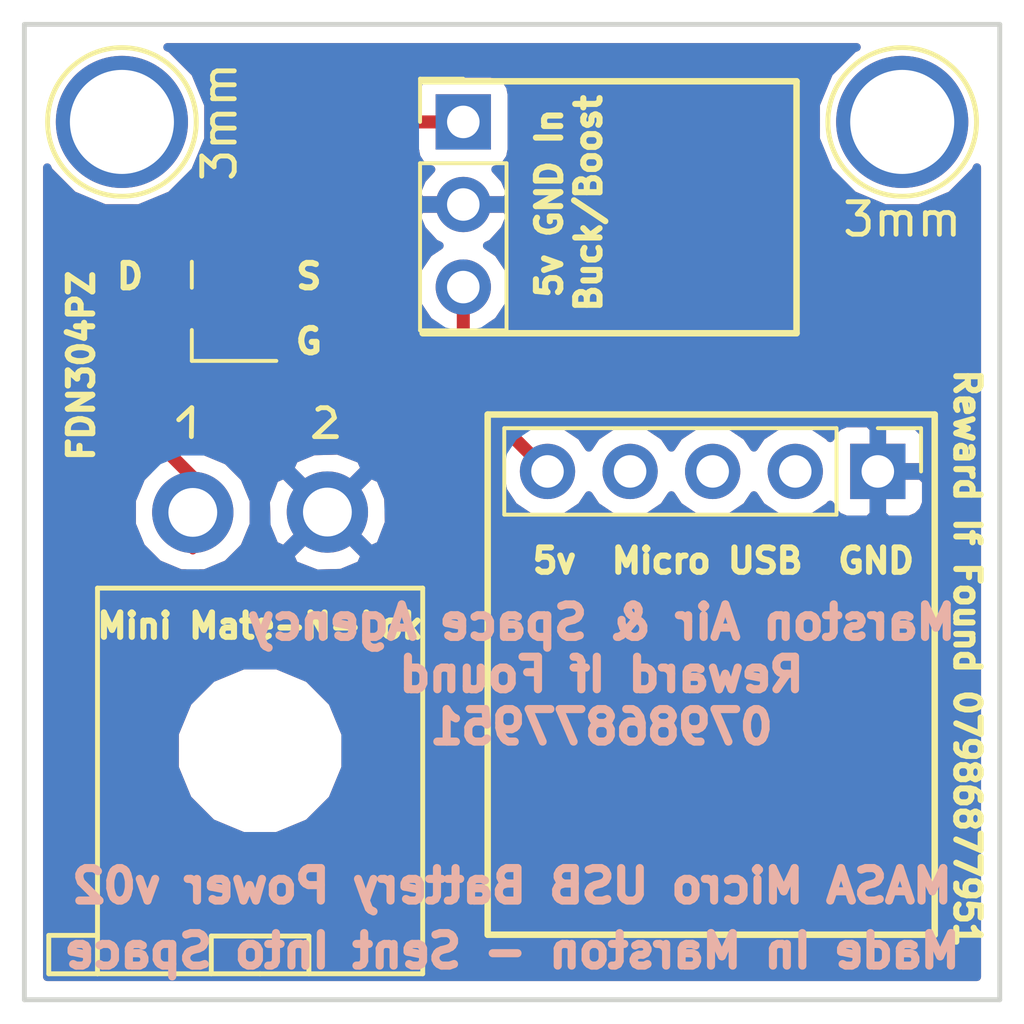
<source format=kicad_pcb>
(kicad_pcb (version 4) (host pcbnew 4.0.7)

  (general
    (links 6)
    (no_connects 0)
    (area 36.84236 88.75 77.250001 123.41596)
    (thickness 1.6)
    (drawings 22)
    (tracks 16)
    (zones 0)
    (modules 6)
    (nets 5)
  )

  (page A4)
  (title_block
    (title "Micro USB Battery Power Supply")
    (date 2018-03-06)
    (rev v01)
    (company "Marston Air & Space Administration")
    (comment 1 "Designer: Steve Hyde")
  )

  (layers
    (0 F.Cu signal)
    (31 B.Cu signal)
    (32 B.Adhes user)
    (33 F.Adhes user)
    (34 B.Paste user)
    (35 F.Paste user)
    (36 B.SilkS user)
    (37 F.SilkS user)
    (38 B.Mask user)
    (39 F.Mask user)
    (40 Dwgs.User user)
    (41 Cmts.User user)
    (42 Eco1.User user)
    (43 Eco2.User user)
    (44 Edge.Cuts user)
    (45 Margin user)
    (46 B.CrtYd user)
    (47 F.CrtYd user)
    (48 B.Fab user)
    (49 F.Fab user)
  )

  (setup
    (last_trace_width 0.25)
    (user_trace_width 0.35)
    (user_trace_width 0.4)
    (trace_clearance 0.2)
    (zone_clearance 0.5)
    (zone_45_only no)
    (trace_min 0.2)
    (segment_width 0.2)
    (edge_width 0.15)
    (via_size 0.6)
    (via_drill 0.4)
    (via_min_size 0.4)
    (via_min_drill 0.3)
    (uvia_size 0.3)
    (uvia_drill 0.1)
    (uvias_allowed no)
    (uvia_min_size 0.2)
    (uvia_min_drill 0.1)
    (pcb_text_width 0.3)
    (pcb_text_size 1.5 1.5)
    (mod_edge_width 0.15)
    (mod_text_size 1 1)
    (mod_text_width 0.15)
    (pad_size 4.064 4.064)
    (pad_drill 3.2)
    (pad_to_mask_clearance 0.2)
    (aux_axis_origin 0 0)
    (visible_elements FFFFFF7F)
    (pcbplotparams
      (layerselection 0x00030_80000001)
      (usegerberextensions false)
      (excludeedgelayer true)
      (linewidth 0.100000)
      (plotframeref false)
      (viasonmask false)
      (mode 1)
      (useauxorigin false)
      (hpglpennumber 1)
      (hpglpenspeed 20)
      (hpglpendiameter 15)
      (hpglpenoverlay 2)
      (psnegative false)
      (psa4output false)
      (plotreference true)
      (plotvalue true)
      (plotinvisibletext false)
      (padsonsilk false)
      (subtractmaskfromsilk false)
      (outputformat 1)
      (mirror false)
      (drillshape 1)
      (scaleselection 1)
      (outputdirectory ""))
  )

  (net 0 "")
  (net 1 GND)
  (net 2 5v)
  (net 3 Drain)
  (net 4 Source)

  (net_class Default "This is the default net class."
    (clearance 0.2)
    (trace_width 0.25)
    (via_dia 0.6)
    (via_drill 0.4)
    (uvia_dia 0.3)
    (uvia_drill 0.1)
    (add_net 5v)
    (add_net Drain)
    (add_net GND)
    (add_net Source)
  )

  (module Connectors_Mini-Universal:MiniUniversalMate-N-LokSocket_2PinHorizontal (layer F.Cu) (tedit 5AB6F368) (tstamp 5A9DEA72)
    (at 53.75 104.5)
    (descr "Mini Universal Mate-N-Lok Socket, 2 Pin, Horizontal,")
    (tags "Mini Universal Mate-N-Lok Socket, 2 Pin, Horizontal,")
    (path /5A9DE77F)
    (fp_text reference J1 (at 0 -3) (layer F.SilkS) hide
      (effects (font (size 1 1) (thickness 0.15)))
    )
    (fp_text value Mini-Universal_MATE-N-LOK_Right_Angle_2 (at -0.16002 17.84096) (layer F.Fab) hide
      (effects (font (size 1 1) (thickness 0.15)))
    )
    (fp_line (start -5.00126 14.20114) (end -6.49986 14.20114) (layer F.SilkS) (width 0.15))
    (fp_line (start -6.49986 14.20114) (end -6.49986 13.02004) (layer F.SilkS) (width 0.15))
    (fp_line (start -6.49986 13.02004) (end -5.00126 13.02004) (layer F.SilkS) (width 0.15))
    (fp_line (start 1.50114 14.20114) (end 1.50114 13.04036) (layer F.SilkS) (width 0.15))
    (fp_line (start 1.50114 13.04036) (end -1.50114 13.04036) (layer F.SilkS) (width 0.15))
    (fp_line (start -1.50114 13.04036) (end -1.50114 14.20114) (layer F.SilkS) (width 0.15))
    (fp_line (start -5.00126 14.20114) (end -5.00126 2.33934) (layer F.SilkS) (width 0.15))
    (fp_line (start -5.00126 2.33934) (end 5.00126 2.33934) (layer F.SilkS) (width 0.15))
    (fp_line (start 5.00126 2.33934) (end 5.00126 14.20114) (layer F.SilkS) (width 0.15))
    (fp_line (start 0 14.20114) (end -5.00126 14.20114) (layer F.SilkS) (width 0.15))
    (fp_line (start 0 14.20114) (end 5.00126 14.20114) (layer F.SilkS) (width 0.15))
    (fp_line (start 1.778 -3.15976) (end 1.8669 -3.21056) (layer F.SilkS) (width 0.15))
    (fp_line (start 1.8669 -3.21056) (end 2.06756 -3.21056) (layer F.SilkS) (width 0.15))
    (fp_line (start 2.06756 -3.21056) (end 2.22758 -3.10134) (layer F.SilkS) (width 0.15))
    (fp_line (start 2.22758 -3.10134) (end 2.286 -2.90068) (layer F.SilkS) (width 0.15))
    (fp_line (start 2.286 -2.90068) (end 1.6764 -2.32156) (layer F.SilkS) (width 0.15))
    (fp_line (start 1.6764 -2.32156) (end 2.34696 -2.32156) (layer F.SilkS) (width 0.15))
    (fp_line (start -2.5019 -2.83972) (end -2.10312 -3.21056) (layer F.SilkS) (width 0.15))
    (fp_line (start -2.10312 -3.21056) (end -2.11328 -2.32156) (layer F.SilkS) (width 0.15))
    (pad 2 thru_hole circle (at 2.0701 0 90) (size 2.49936 2.49936) (drill 1.50114) (layers *.Cu *.Mask)
      (net 1 GND))
    (pad "" np_thru_hole circle (at 0 7.3406) (size 4.0005 4.0005) (drill 4.0005) (layers *.Cu *.Mask))
    (pad 1 thru_hole circle (at -2.0701 0.01016 90) (size 2.49936 2.49936) (drill 1.50114) (layers *.Cu *.Mask)
      (net 3 Drain))
  )

  (module Pin_Headers:Pin_Header_Straight_1x03_Pitch2.54mm (layer F.Cu) (tedit 5AB6EDB5) (tstamp 5A9DEA8A)
    (at 60 92.5)
    (descr "Through hole straight pin header, 1x03, 2.54mm pitch, single row")
    (tags "Through hole pin header THT 1x03 2.54mm single row")
    (path /5A9DE7AB)
    (fp_text reference U1 (at 0 -2.33) (layer F.SilkS) hide
      (effects (font (size 1 1) (thickness 0.15)))
    )
    (fp_text value BoostBuck (at 3 2 90) (layer F.Fab) hide
      (effects (font (size 1 1) (thickness 0.15)))
    )
    (fp_line (start -0.635 -1.27) (end 1.27 -1.27) (layer F.Fab) (width 0.1))
    (fp_line (start 1.27 -1.27) (end 1.27 6.35) (layer F.Fab) (width 0.1))
    (fp_line (start 1.27 6.35) (end -1.27 6.35) (layer F.Fab) (width 0.1))
    (fp_line (start -1.27 6.35) (end -1.27 -0.635) (layer F.Fab) (width 0.1))
    (fp_line (start -1.27 -0.635) (end -0.635 -1.27) (layer F.Fab) (width 0.1))
    (fp_line (start -1.33 6.41) (end 1.33 6.41) (layer F.SilkS) (width 0.12))
    (fp_line (start -1.33 1.27) (end -1.33 6.41) (layer F.SilkS) (width 0.12))
    (fp_line (start 1.33 1.27) (end 1.33 6.41) (layer F.SilkS) (width 0.12))
    (fp_line (start -1.33 1.27) (end 1.33 1.27) (layer F.SilkS) (width 0.12))
    (fp_line (start -1.33 0) (end -1.33 -1.33) (layer F.SilkS) (width 0.12))
    (fp_line (start -1.33 -1.33) (end 0 -1.33) (layer F.SilkS) (width 0.12))
    (fp_line (start -1.8 -1.8) (end -1.8 6.85) (layer F.CrtYd) (width 0.05))
    (fp_line (start -1.8 6.85) (end 1.8 6.85) (layer F.CrtYd) (width 0.05))
    (fp_line (start 1.8 6.85) (end 1.8 -1.8) (layer F.CrtYd) (width 0.05))
    (fp_line (start 1.8 -1.8) (end -1.8 -1.8) (layer F.CrtYd) (width 0.05))
    (fp_text user %R (at 0 2.54 90) (layer F.Fab)
      (effects (font (size 1 1) (thickness 0.15)))
    )
    (pad 1 thru_hole rect (at 0 0) (size 1.7 1.7) (drill 1) (layers *.Cu *.Mask)
      (net 4 Source))
    (pad 2 thru_hole oval (at 0 2.54) (size 1.7 1.7) (drill 1) (layers *.Cu *.Mask)
      (net 1 GND))
    (pad 3 thru_hole oval (at 0 5.08) (size 1.7 1.7) (drill 1) (layers *.Cu *.Mask)
      (net 2 5v))
    (model ${KISYS3DMOD}/Pin_Headers.3dshapes/Pin_Header_Straight_1x03_Pitch2.54mm.wrl
      (at (xyz 0 0 0))
      (scale (xyz 1 1 1))
      (rotate (xyz 0 0 0))
    )
  )

  (module Pin_Headers:Pin_Header_Straight_1x05_Pitch2.54mm (layer F.Cu) (tedit 5AB6ECEA) (tstamp 5AB6E96A)
    (at 72.75 103.25 270)
    (descr "Through hole straight pin header, 1x05, 2.54mm pitch, single row")
    (tags "Through hole pin header THT 1x05 2.54mm single row")
    (path /5A9DE847)
    (fp_text reference J2 (at 0 -2.33 270) (layer F.SilkS) hide
      (effects (font (size 1 1) (thickness 0.15)))
    )
    (fp_text value Conn_01x05 (at 0 12.49 270) (layer F.Fab) hide
      (effects (font (size 1 1) (thickness 0.15)))
    )
    (fp_line (start -0.635 -1.27) (end 1.27 -1.27) (layer F.Fab) (width 0.1))
    (fp_line (start 1.27 -1.27) (end 1.27 11.43) (layer F.Fab) (width 0.1))
    (fp_line (start 1.27 11.43) (end -1.27 11.43) (layer F.Fab) (width 0.1))
    (fp_line (start -1.27 11.43) (end -1.27 -0.635) (layer F.Fab) (width 0.1))
    (fp_line (start -1.27 -0.635) (end -0.635 -1.27) (layer F.Fab) (width 0.1))
    (fp_line (start -1.33 11.49) (end 1.33 11.49) (layer F.SilkS) (width 0.12))
    (fp_line (start -1.33 1.27) (end -1.33 11.49) (layer F.SilkS) (width 0.12))
    (fp_line (start 1.33 1.27) (end 1.33 11.49) (layer F.SilkS) (width 0.12))
    (fp_line (start -1.33 1.27) (end 1.33 1.27) (layer F.SilkS) (width 0.12))
    (fp_line (start -1.33 0) (end -1.33 -1.33) (layer F.SilkS) (width 0.12))
    (fp_line (start -1.33 -1.33) (end 0 -1.33) (layer F.SilkS) (width 0.12))
    (fp_line (start -1.8 -1.8) (end -1.8 11.95) (layer F.CrtYd) (width 0.05))
    (fp_line (start -1.8 11.95) (end 1.8 11.95) (layer F.CrtYd) (width 0.05))
    (fp_line (start 1.8 11.95) (end 1.8 -1.8) (layer F.CrtYd) (width 0.05))
    (fp_line (start 1.8 -1.8) (end -1.8 -1.8) (layer F.CrtYd) (width 0.05))
    (fp_text user %R (at 0 5.08 360) (layer F.Fab)
      (effects (font (size 1 1) (thickness 0.15)))
    )
    (pad 1 thru_hole rect (at 0 0 270) (size 1.7 1.7) (drill 1) (layers *.Cu *.Mask)
      (net 1 GND))
    (pad 2 thru_hole oval (at 0 2.54 270) (size 1.7 1.7) (drill 1) (layers *.Cu *.Mask))
    (pad 3 thru_hole oval (at 0 5.08 270) (size 1.7 1.7) (drill 1) (layers *.Cu *.Mask))
    (pad 4 thru_hole oval (at 0 7.62 270) (size 1.7 1.7) (drill 1) (layers *.Cu *.Mask))
    (pad 5 thru_hole oval (at 0 10.16 270) (size 1.7 1.7) (drill 1) (layers *.Cu *.Mask)
      (net 2 5v))
    (model ${KISYS3DMOD}/Pin_Headers.3dshapes/Pin_Header_Straight_1x05_Pitch2.54mm.wrl
      (at (xyz 0 0 0))
      (scale (xyz 1 1 1))
      (rotate (xyz 0 0 0))
    )
  )

  (module TO_SOT_Packages_SMD:SuperSOT-3 (layer F.Cu) (tedit 5AB6F225) (tstamp 5AB6E9D9)
    (at 52.5 98.25 180)
    (descr "3-pin SuperSOT package https://www.fairchildsemi.com/package-drawings/MA/MA03B.pdf")
    (tags "SuperSOT-3 SSOT-3")
    (path /5AB6EF2C)
    (attr smd)
    (fp_text reference Q1 (at 0 -2.35 180) (layer F.SilkS) hide
      (effects (font (size 1 1) (thickness 0.15)))
    )
    (fp_text value Q_PMOS_GSD (at 0 2.4 180) (layer F.Fab) hide
      (effects (font (size 1 1) (thickness 0.15)))
    )
    (fp_text user %R (at 0 0 270) (layer F.Fab) hide
      (effects (font (size 0.5 0.5) (thickness 0.075)))
    )
    (fp_line (start 0.85 0.65) (end 0.85 1.45) (layer F.SilkS) (width 0.12))
    (fp_line (start -1.75 -1.6) (end 0.85 -1.6) (layer F.SilkS) (width 0.12))
    (fp_line (start 0.85 -1.6) (end 0.85 -0.65) (layer F.SilkS) (width 0.12))
    (fp_line (start 0.7 -1.45) (end 0.7 1.45) (layer F.Fab) (width 0.12))
    (fp_line (start 0.7 1.45) (end -0.7 1.45) (layer F.Fab) (width 0.12))
    (fp_line (start -0.7 1.45) (end -0.7 -0.9) (layer F.Fab) (width 0.12))
    (fp_line (start -0.7 -0.9) (end -0.15 -1.45) (layer F.Fab) (width 0.12))
    (fp_line (start -0.15 -1.45) (end 0.7 -1.45) (layer F.Fab) (width 0.12))
    (fp_line (start -2.05 -1.7) (end 2.05 -1.7) (layer F.CrtYd) (width 0.05))
    (fp_line (start -2.05 -1.7) (end -2.05 1.7) (layer F.CrtYd) (width 0.05))
    (fp_line (start 2.05 1.7) (end 2.05 -1.7) (layer F.CrtYd) (width 0.05))
    (fp_line (start 2.05 1.7) (end -2.05 1.7) (layer F.CrtYd) (width 0.05))
    (pad 1 smd rect (at -1.1 -0.95 180) (size 1.4 1) (layers F.Cu F.Paste F.Mask)
      (net 1 GND))
    (pad 2 smd rect (at -1.1 0.95 180) (size 1.4 1) (layers F.Cu F.Paste F.Mask)
      (net 4 Source))
    (pad 3 smd rect (at 1.1 0 180) (size 1.4 1) (layers F.Cu F.Paste F.Mask)
      (net 3 Drain))
    (model ${KISYS3DMOD}/TO_SOT_Packages_SMD.3dshapes/SuperSOT-3.wrl
      (at (xyz 0 0 0))
      (scale (xyz 1 1 1))
      (rotate (xyz 0 0 0))
    )
  )

  (module Connectors:1pin (layer F.Cu) (tedit 5AB9888B) (tstamp 5ACB47DC)
    (at 49.5 92.5)
    (descr "module 1 pin (ou trou mecanique de percage)")
    (tags DEV)
    (fp_text reference 3mm (at 3 0 90) (layer F.SilkS)
      (effects (font (size 1 1) (thickness 0.15)))
    )
    (fp_text value 1pin (at 0 2.794) (layer F.Fab) hide
      (effects (font (size 1 1) (thickness 0.15)))
    )
    (fp_circle (center 0 0) (end 0 -2.286) (layer F.SilkS) (width 0.15))
    (pad "" np_thru_hole circle (at 0 0) (size 4.064 4.064) (drill 3.2) (layers *.Cu *.Mask))
  )

  (module Connectors:1pin (layer F.Cu) (tedit 5AB98899) (tstamp 5ACB48D7)
    (at 73.5 92.5)
    (descr "module 1 pin (ou trou mecanique de percage)")
    (tags DEV)
    (fp_text reference 3mm (at 0 3) (layer F.SilkS)
      (effects (font (size 1 1) (thickness 0.15)))
    )
    (fp_text value 1pin (at 0 2.794) (layer F.Fab) hide
      (effects (font (size 1 1) (thickness 0.15)))
    )
    (fp_circle (center 0 0) (end 0 -2.286) (layer F.SilkS) (width 0.15))
    (pad "" np_thru_hole circle (at 0 0) (size 4.064 4.064) (drill 3.2) (layers *.Cu *.Mask))
  )

  (gr_text "Marston Air & Space Agency\nReward If Found\n07986877951" (at 64.25 109.5) (layer B.SilkS)
    (effects (font (size 1 1) (thickness 0.25)) (justify mirror))
  )
  (gr_text "Made In Marston - Sent Into Space" (at 61.5 118) (layer B.SilkS)
    (effects (font (size 1 1) (thickness 0.25)) (justify mirror))
  )
  (gr_text "Reward If Found 07986877951" (at 75.5 109 270) (layer F.SilkS)
    (effects (font (size 0.75 0.75) (thickness 0.1875)))
  )
  (gr_line (start 60.75 117.5) (end 60.75 101.5) (angle 90) (layer F.SilkS) (width 0.2))
  (gr_line (start 74.5 117.5) (end 60.75 117.5) (angle 90) (layer F.SilkS) (width 0.2))
  (gr_line (start 74.5 101.5) (end 74.5 117.5) (angle 90) (layer F.SilkS) (width 0.2))
  (gr_line (start 60.75 101.5) (end 74.5 101.5) (angle 90) (layer F.SilkS) (width 0.2))
  (gr_text "Mini Mate-N-Lok" (at 53.75 108) (layer F.SilkS)
    (effects (font (size 0.75 0.75) (thickness 0.1875)))
  )
  (gr_text G (at 55.25 99.25) (layer F.SilkS)
    (effects (font (size 0.75 0.75) (thickness 0.1875)))
  )
  (gr_text S (at 55.25 97.25) (layer F.SilkS)
    (effects (font (size 0.75 0.75) (thickness 0.1875)))
  )
  (gr_text D (at 49.75 97.25) (layer F.SilkS)
    (effects (font (size 0.75 0.75) (thickness 0.1875)))
  )
  (gr_text FDN304PZ (at 48.25 100 90) (layer F.SilkS)
    (effects (font (size 0.75 0.75) (thickness 0.1875)))
  )
  (gr_line (start 76.5 119.5) (end 46.5 119.5) (angle 90) (layer Edge.Cuts) (width 0.15))
  (gr_line (start 76.5 89.5) (end 76.5 119.5) (angle 90) (layer Edge.Cuts) (width 0.15))
  (gr_line (start 46.5 89.5) (end 76.5 89.5) (angle 90) (layer Edge.Cuts) (width 0.15))
  (gr_line (start 70.25 99) (end 58.75 99) (angle 90) (layer F.SilkS) (width 0.2))
  (gr_line (start 70.25 91.25) (end 70.25 99) (angle 90) (layer F.SilkS) (width 0.2))
  (gr_line (start 58.75 91.25) (end 70.25 91.25) (angle 90) (layer F.SilkS) (width 0.2))
  (gr_text "5v GND In\nBuck/Boost\n" (at 63.25 95 90) (layer F.SilkS)
    (effects (font (size 0.75 0.75) (thickness 0.1875)))
  )
  (gr_text "5v  Micro USB  GND" (at 68 106) (layer F.SilkS)
    (effects (font (size 0.75 0.75) (thickness 0.1875)))
  )
  (gr_text "MASA Micro USB Battery Power v02" (at 61.5 116) (layer B.SilkS)
    (effects (font (size 1 1) (thickness 0.25)) (justify mirror))
  )
  (gr_line (start 46.5 89.5) (end 46.5 119.5) (angle 90) (layer Edge.Cuts) (width 0.15))

  (segment (start 60 97.58) (end 60 100.66) (width 0.4) (layer F.Cu) (net 2))
  (segment (start 60 100.66) (end 62.59 103.25) (width 0.4) (layer F.Cu) (net 2) (tstamp 5ACB490D))
  (segment (start 62.5 103.16) (end 62.59 103.25) (width 0.35) (layer F.Cu) (net 2) (tstamp 5AB6F1D0))
  (segment (start 51.6799 104.51016) (end 51.6799 103.4299) (width 0.4) (layer F.Cu) (net 3))
  (segment (start 51.6799 103.4299) (end 50 101.75) (width 0.4) (layer F.Cu) (net 3) (tstamp 5ACB4903))
  (segment (start 50 99.65) (end 51.4 98.25) (width 0.4) (layer F.Cu) (net 3) (tstamp 5ACB4906))
  (segment (start 50 101.75) (end 50 99.65) (width 0.4) (layer F.Cu) (net 3) (tstamp 5ACB4904))
  (segment (start 51.75 104.44006) (end 51.6799 104.51016) (width 0.35) (layer F.Cu) (net 3) (tstamp 5AB6EFEC))
  (segment (start 51.6799 104.51016) (end 51.6799 104.4299) (width 0.35) (layer F.Cu) (net 3))
  (segment (start 51.6799 104.51016) (end 51.26016 104.51016) (width 0.25) (layer F.Cu) (net 3) (status 30))
  (segment (start 51.6799 104.51016) (end 51.6799 105.6799) (width 0.25) (layer F.Cu) (net 3) (status 30))
  (segment (start 53.6 97.3) (end 53.6 93.65) (width 0.4) (layer F.Cu) (net 4))
  (segment (start 54.75 92.5) (end 60 92.5) (width 0.4) (layer F.Cu) (net 4) (tstamp 5ACB490A))
  (segment (start 53.6 93.65) (end 54.75 92.5) (width 0.4) (layer F.Cu) (net 4) (tstamp 5ACB4909))
  (segment (start 59.9 92.6) (end 60 92.5) (width 0.35) (layer F.Cu) (net 4) (tstamp 5ACB4802))
  (segment (start 59.6 92.1) (end 60 92.5) (width 0.35) (layer F.Cu) (net 4) (tstamp 5AB6EFFD))

  (zone (net 1) (net_name GND) (layer F.Cu) (tstamp 5AB6F3A1) (hatch edge 0.508)
    (connect_pads (clearance 0.5))
    (min_thickness 0.254)
    (fill yes (arc_segments 16) (thermal_gap 0.508) (thermal_bridge_width 0.508))
    (polygon
      (pts
        (xy 77 120) (xy 46 120) (xy 46 89) (xy 77 89)
      )
    )
    (filled_polygon
      (pts
        (xy 71.995765 90.244495) (xy 71.247124 90.991831) (xy 70.841462 91.968772) (xy 70.840539 93.026587) (xy 71.244495 94.004235)
        (xy 71.991831 94.752876) (xy 72.968772 95.158538) (xy 74.026587 95.159461) (xy 75.004235 94.755505) (xy 75.752876 94.008169)
        (xy 75.798 93.899499) (xy 75.798 118.798) (xy 47.202 118.798) (xy 47.202 112.3609) (xy 51.122295 112.3609)
        (xy 51.521427 113.326873) (xy 52.259839 114.066576) (xy 53.225115 114.467393) (xy 54.2703 114.468305) (xy 55.236273 114.069173)
        (xy 55.975976 113.330761) (xy 56.376793 112.365485) (xy 56.377705 111.3203) (xy 55.978573 110.354327) (xy 55.240161 109.614624)
        (xy 54.274885 109.213807) (xy 53.2297 109.212895) (xy 52.263727 109.612027) (xy 51.524024 110.350439) (xy 51.123207 111.315715)
        (xy 51.122295 112.3609) (xy 47.202 112.3609) (xy 47.202 99.65) (xy 49.173 99.65) (xy 49.173 101.75)
        (xy 49.235952 102.066479) (xy 49.415223 102.334777) (xy 50.3082 103.227755) (xy 50.089856 103.445718) (xy 49.803547 104.135228)
        (xy 49.802895 104.881817) (xy 50.088001 105.571825) (xy 50.615458 106.100204) (xy 51.304968 106.386513) (xy 51.452373 106.386642)
        (xy 51.6799 106.4319) (xy 51.905438 106.387037) (xy 52.051557 106.387165) (xy 52.741565 106.102059) (xy 53.011005 105.833089)
        (xy 54.666617 105.833089) (xy 54.795825 106.125859) (xy 55.495983 106.394071) (xy 56.245484 106.373928) (xy 56.844375 106.125859)
        (xy 56.973583 105.833089) (xy 55.8201 104.679605) (xy 54.666617 105.833089) (xy 53.011005 105.833089) (xy 53.269944 105.574602)
        (xy 53.556253 104.885092) (xy 53.556872 104.175883) (xy 53.926029 104.175883) (xy 53.946172 104.925384) (xy 54.194241 105.524275)
        (xy 54.487011 105.653483) (xy 55.640495 104.5) (xy 55.999705 104.5) (xy 57.153189 105.653483) (xy 57.445959 105.524275)
        (xy 57.714171 104.824117) (xy 57.694028 104.074616) (xy 57.445959 103.475725) (xy 57.153189 103.346517) (xy 55.999705 104.5)
        (xy 55.640495 104.5) (xy 54.487011 103.346517) (xy 54.194241 103.475725) (xy 53.926029 104.175883) (xy 53.556872 104.175883)
        (xy 53.556905 104.138503) (xy 53.271799 103.448495) (xy 52.990707 103.166911) (xy 54.666617 103.166911) (xy 55.8201 104.320395)
        (xy 56.973583 103.166911) (xy 56.844375 102.874141) (xy 56.144217 102.605929) (xy 55.394716 102.626072) (xy 54.795825 102.874141)
        (xy 54.666617 103.166911) (xy 52.990707 103.166911) (xy 52.744342 102.920116) (xy 52.054832 102.633807) (xy 52.053361 102.633806)
        (xy 50.827 101.407446) (xy 50.827 99.992554) (xy 51.430271 99.389283) (xy 52.1 99.389283) (xy 52.332352 99.345563)
        (xy 52.361197 99.327002) (xy 52.423748 99.327002) (xy 52.265 99.48575) (xy 52.265 99.82631) (xy 52.361673 100.059699)
        (xy 52.540302 100.238327) (xy 52.773691 100.335) (xy 53.31425 100.335) (xy 53.473 100.17625) (xy 53.473 99.327)
        (xy 53.727 99.327) (xy 53.727 100.17625) (xy 53.88575 100.335) (xy 54.426309 100.335) (xy 54.659698 100.238327)
        (xy 54.838327 100.059699) (xy 54.935 99.82631) (xy 54.935 99.48575) (xy 54.77625 99.327) (xy 53.727 99.327)
        (xy 53.473 99.327) (xy 53.453 99.327) (xy 53.453 99.073) (xy 53.473 99.073) (xy 53.473 99.053)
        (xy 53.727 99.053) (xy 53.727 99.073) (xy 54.77625 99.073) (xy 54.935 98.91425) (xy 54.935 98.57369)
        (xy 54.838327 98.340301) (xy 54.750021 98.251996) (xy 54.888917 98.048717) (xy 54.939283 97.8) (xy 54.939283 97.58)
        (xy 58.494064 97.58) (xy 58.606494 98.145223) (xy 58.926667 98.624397) (xy 59.173 98.788991) (xy 59.173 100.66)
        (xy 59.235952 100.976479) (xy 59.415223 101.244777) (xy 61.159208 102.988762) (xy 61.113 103.221064) (xy 61.113 103.278936)
        (xy 61.22543 103.844159) (xy 61.545603 104.323333) (xy 62.024777 104.643506) (xy 62.59 104.755936) (xy 63.155223 104.643506)
        (xy 63.634397 104.323333) (xy 63.86 103.985693) (xy 64.085603 104.323333) (xy 64.564777 104.643506) (xy 65.13 104.755936)
        (xy 65.695223 104.643506) (xy 66.174397 104.323333) (xy 66.4 103.985693) (xy 66.625603 104.323333) (xy 67.104777 104.643506)
        (xy 67.67 104.755936) (xy 68.235223 104.643506) (xy 68.714397 104.323333) (xy 68.94 103.985693) (xy 69.165603 104.323333)
        (xy 69.644777 104.643506) (xy 70.21 104.755936) (xy 70.775223 104.643506) (xy 71.254397 104.323333) (xy 71.285752 104.276408)
        (xy 71.361673 104.459698) (xy 71.540301 104.638327) (xy 71.77369 104.735) (xy 72.46425 104.735) (xy 72.623 104.57625)
        (xy 72.623 103.377) (xy 72.877 103.377) (xy 72.877 104.57625) (xy 73.03575 104.735) (xy 73.72631 104.735)
        (xy 73.959699 104.638327) (xy 74.138327 104.459698) (xy 74.235 104.226309) (xy 74.235 103.53575) (xy 74.07625 103.377)
        (xy 72.877 103.377) (xy 72.623 103.377) (xy 72.603 103.377) (xy 72.603 103.123) (xy 72.623 103.123)
        (xy 72.623 101.92375) (xy 72.877 101.92375) (xy 72.877 103.123) (xy 74.07625 103.123) (xy 74.235 102.96425)
        (xy 74.235 102.273691) (xy 74.138327 102.040302) (xy 73.959699 101.861673) (xy 73.72631 101.765) (xy 73.03575 101.765)
        (xy 72.877 101.92375) (xy 72.623 101.92375) (xy 72.46425 101.765) (xy 71.77369 101.765) (xy 71.540301 101.861673)
        (xy 71.361673 102.040302) (xy 71.285752 102.223592) (xy 71.254397 102.176667) (xy 70.775223 101.856494) (xy 70.21 101.744064)
        (xy 69.644777 101.856494) (xy 69.165603 102.176667) (xy 68.94 102.514307) (xy 68.714397 102.176667) (xy 68.235223 101.856494)
        (xy 67.67 101.744064) (xy 67.104777 101.856494) (xy 66.625603 102.176667) (xy 66.4 102.514307) (xy 66.174397 102.176667)
        (xy 65.695223 101.856494) (xy 65.13 101.744064) (xy 64.564777 101.856494) (xy 64.085603 102.176667) (xy 63.86 102.514307)
        (xy 63.634397 102.176667) (xy 63.155223 101.856494) (xy 62.59 101.744064) (xy 62.309427 101.799873) (xy 60.827 100.317446)
        (xy 60.827 98.788991) (xy 61.073333 98.624397) (xy 61.393506 98.145223) (xy 61.505936 97.58) (xy 61.393506 97.014777)
        (xy 61.073333 96.535603) (xy 60.730061 96.306236) (xy 60.881358 96.235183) (xy 61.271645 95.806924) (xy 61.441476 95.39689)
        (xy 61.320155 95.167) (xy 60.127 95.167) (xy 60.127 95.187) (xy 59.873 95.187) (xy 59.873 95.167)
        (xy 58.679845 95.167) (xy 58.558524 95.39689) (xy 58.728355 95.806924) (xy 59.118642 96.235183) (xy 59.269939 96.306236)
        (xy 58.926667 96.535603) (xy 58.606494 97.014777) (xy 58.494064 97.58) (xy 54.939283 97.58) (xy 54.939283 96.8)
        (xy 54.895563 96.567648) (xy 54.758243 96.354247) (xy 54.548717 96.211083) (xy 54.427 96.186435) (xy 54.427 93.992554)
        (xy 55.092555 93.327) (xy 58.510717 93.327) (xy 58.510717 93.35) (xy 58.554437 93.582352) (xy 58.691757 93.795753)
        (xy 58.901283 93.938917) (xy 59.012382 93.961415) (xy 58.728355 94.273076) (xy 58.558524 94.68311) (xy 58.679845 94.913)
        (xy 59.873 94.913) (xy 59.873 94.893) (xy 60.127 94.893) (xy 60.127 94.913) (xy 61.320155 94.913)
        (xy 61.441476 94.68311) (xy 61.271645 94.273076) (xy 60.989153 93.9631) (xy 61.082352 93.945563) (xy 61.295753 93.808243)
        (xy 61.438917 93.598717) (xy 61.489283 93.35) (xy 61.489283 91.65) (xy 61.445563 91.417648) (xy 61.308243 91.204247)
        (xy 61.098717 91.061083) (xy 60.85 91.010717) (xy 59.15 91.010717) (xy 58.917648 91.054437) (xy 58.704247 91.191757)
        (xy 58.561083 91.401283) (xy 58.510717 91.65) (xy 58.510717 91.673) (xy 54.75 91.673) (xy 54.433521 91.735952)
        (xy 54.165223 91.915222) (xy 53.015223 93.065223) (xy 52.835952 93.333521) (xy 52.773 93.65) (xy 52.773 96.184614)
        (xy 52.667648 96.204437) (xy 52.454247 96.341757) (xy 52.311083 96.551283) (xy 52.260717 96.8) (xy 52.260717 97.143263)
        (xy 52.1 97.110717) (xy 50.7 97.110717) (xy 50.467648 97.154437) (xy 50.254247 97.291757) (xy 50.111083 97.501283)
        (xy 50.060717 97.75) (xy 50.060717 98.419729) (xy 49.415223 99.065223) (xy 49.235952 99.333521) (xy 49.173 99.65)
        (xy 47.202 99.65) (xy 47.202 93.901389) (xy 47.244495 94.004235) (xy 47.991831 94.752876) (xy 48.968772 95.158538)
        (xy 50.026587 95.159461) (xy 51.004235 94.755505) (xy 51.752876 94.008169) (xy 52.158538 93.031228) (xy 52.159461 91.973413)
        (xy 51.755505 90.995765) (xy 51.008169 90.247124) (xy 50.899499 90.202) (xy 72.098611 90.202)
      )
    )
  )
  (zone (net 1) (net_name GND) (layer B.Cu) (tstamp 5AB6F42E) (hatch edge 0.508)
    (connect_pads (clearance 0.5))
    (min_thickness 0.254)
    (fill yes (arc_segments 16) (thermal_gap 0.508) (thermal_bridge_width 0.508))
    (polygon
      (pts
        (xy 77.25 120.25) (xy 45.75 120.25) (xy 45.75 88.75) (xy 77.25 88.75)
      )
    )
    (filled_polygon
      (pts
        (xy 71.995765 90.244495) (xy 71.247124 90.991831) (xy 70.841462 91.968772) (xy 70.840539 93.026587) (xy 71.244495 94.004235)
        (xy 71.991831 94.752876) (xy 72.968772 95.158538) (xy 74.026587 95.159461) (xy 75.004235 94.755505) (xy 75.752876 94.008169)
        (xy 75.798 93.899499) (xy 75.798 118.798) (xy 47.202 118.798) (xy 47.202 112.3609) (xy 51.122295 112.3609)
        (xy 51.521427 113.326873) (xy 52.259839 114.066576) (xy 53.225115 114.467393) (xy 54.2703 114.468305) (xy 55.236273 114.069173)
        (xy 55.975976 113.330761) (xy 56.376793 112.365485) (xy 56.377705 111.3203) (xy 55.978573 110.354327) (xy 55.240161 109.614624)
        (xy 54.274885 109.213807) (xy 53.2297 109.212895) (xy 52.263727 109.612027) (xy 51.524024 110.350439) (xy 51.123207 111.315715)
        (xy 51.122295 112.3609) (xy 47.202 112.3609) (xy 47.202 104.881817) (xy 49.802895 104.881817) (xy 50.088001 105.571825)
        (xy 50.615458 106.100204) (xy 51.304968 106.386513) (xy 52.051557 106.387165) (xy 52.741565 106.102059) (xy 53.011005 105.833089)
        (xy 54.666617 105.833089) (xy 54.795825 106.125859) (xy 55.495983 106.394071) (xy 56.245484 106.373928) (xy 56.844375 106.125859)
        (xy 56.973583 105.833089) (xy 55.8201 104.679605) (xy 54.666617 105.833089) (xy 53.011005 105.833089) (xy 53.269944 105.574602)
        (xy 53.556253 104.885092) (xy 53.556872 104.175883) (xy 53.926029 104.175883) (xy 53.946172 104.925384) (xy 54.194241 105.524275)
        (xy 54.487011 105.653483) (xy 55.640495 104.5) (xy 55.999705 104.5) (xy 57.153189 105.653483) (xy 57.445959 105.524275)
        (xy 57.714171 104.824117) (xy 57.694028 104.074616) (xy 57.445959 103.475725) (xy 57.153189 103.346517) (xy 55.999705 104.5)
        (xy 55.640495 104.5) (xy 54.487011 103.346517) (xy 54.194241 103.475725) (xy 53.926029 104.175883) (xy 53.556872 104.175883)
        (xy 53.556905 104.138503) (xy 53.271799 103.448495) (xy 52.990707 103.166911) (xy 54.666617 103.166911) (xy 55.8201 104.320395)
        (xy 56.91943 103.221064) (xy 61.113 103.221064) (xy 61.113 103.278936) (xy 61.22543 103.844159) (xy 61.545603 104.323333)
        (xy 62.024777 104.643506) (xy 62.59 104.755936) (xy 63.155223 104.643506) (xy 63.634397 104.323333) (xy 63.86 103.985693)
        (xy 64.085603 104.323333) (xy 64.564777 104.643506) (xy 65.13 104.755936) (xy 65.695223 104.643506) (xy 66.174397 104.323333)
        (xy 66.4 103.985693) (xy 66.625603 104.323333) (xy 67.104777 104.643506) (xy 67.67 104.755936) (xy 68.235223 104.643506)
        (xy 68.714397 104.323333) (xy 68.94 103.985693) (xy 69.165603 104.323333) (xy 69.644777 104.643506) (xy 70.21 104.755936)
        (xy 70.775223 104.643506) (xy 71.254397 104.323333) (xy 71.285752 104.276408) (xy 71.361673 104.459698) (xy 71.540301 104.638327)
        (xy 71.77369 104.735) (xy 72.46425 104.735) (xy 72.623 104.57625) (xy 72.623 103.377) (xy 72.877 103.377)
        (xy 72.877 104.57625) (xy 73.03575 104.735) (xy 73.72631 104.735) (xy 73.959699 104.638327) (xy 74.138327 104.459698)
        (xy 74.235 104.226309) (xy 74.235 103.53575) (xy 74.07625 103.377) (xy 72.877 103.377) (xy 72.623 103.377)
        (xy 72.603 103.377) (xy 72.603 103.123) (xy 72.623 103.123) (xy 72.623 101.92375) (xy 72.877 101.92375)
        (xy 72.877 103.123) (xy 74.07625 103.123) (xy 74.235 102.96425) (xy 74.235 102.273691) (xy 74.138327 102.040302)
        (xy 73.959699 101.861673) (xy 73.72631 101.765) (xy 73.03575 101.765) (xy 72.877 101.92375) (xy 72.623 101.92375)
        (xy 72.46425 101.765) (xy 71.77369 101.765) (xy 71.540301 101.861673) (xy 71.361673 102.040302) (xy 71.285752 102.223592)
        (xy 71.254397 102.176667) (xy 70.775223 101.856494) (xy 70.21 101.744064) (xy 69.644777 101.856494) (xy 69.165603 102.176667)
        (xy 68.94 102.514307) (xy 68.714397 102.176667) (xy 68.235223 101.856494) (xy 67.67 101.744064) (xy 67.104777 101.856494)
        (xy 66.625603 102.176667) (xy 66.4 102.514307) (xy 66.174397 102.176667) (xy 65.695223 101.856494) (xy 65.13 101.744064)
        (xy 64.564777 101.856494) (xy 64.085603 102.176667) (xy 63.86 102.514307) (xy 63.634397 102.176667) (xy 63.155223 101.856494)
        (xy 62.59 101.744064) (xy 62.024777 101.856494) (xy 61.545603 102.176667) (xy 61.22543 102.655841) (xy 61.113 103.221064)
        (xy 56.91943 103.221064) (xy 56.973583 103.166911) (xy 56.844375 102.874141) (xy 56.144217 102.605929) (xy 55.394716 102.626072)
        (xy 54.795825 102.874141) (xy 54.666617 103.166911) (xy 52.990707 103.166911) (xy 52.744342 102.920116) (xy 52.054832 102.633807)
        (xy 51.308243 102.633155) (xy 50.618235 102.918261) (xy 50.089856 103.445718) (xy 49.803547 104.135228) (xy 49.802895 104.881817)
        (xy 47.202 104.881817) (xy 47.202 97.58) (xy 58.494064 97.58) (xy 58.606494 98.145223) (xy 58.926667 98.624397)
        (xy 59.405841 98.94457) (xy 59.971064 99.057) (xy 60.028936 99.057) (xy 60.594159 98.94457) (xy 61.073333 98.624397)
        (xy 61.393506 98.145223) (xy 61.505936 97.58) (xy 61.393506 97.014777) (xy 61.073333 96.535603) (xy 60.730061 96.306236)
        (xy 60.881358 96.235183) (xy 61.271645 95.806924) (xy 61.441476 95.39689) (xy 61.320155 95.167) (xy 60.127 95.167)
        (xy 60.127 95.187) (xy 59.873 95.187) (xy 59.873 95.167) (xy 58.679845 95.167) (xy 58.558524 95.39689)
        (xy 58.728355 95.806924) (xy 59.118642 96.235183) (xy 59.269939 96.306236) (xy 58.926667 96.535603) (xy 58.606494 97.014777)
        (xy 58.494064 97.58) (xy 47.202 97.58) (xy 47.202 93.901389) (xy 47.244495 94.004235) (xy 47.991831 94.752876)
        (xy 48.968772 95.158538) (xy 50.026587 95.159461) (xy 51.004235 94.755505) (xy 51.752876 94.008169) (xy 52.158538 93.031228)
        (xy 52.159461 91.973413) (xy 52.02583 91.65) (xy 58.510717 91.65) (xy 58.510717 93.35) (xy 58.554437 93.582352)
        (xy 58.691757 93.795753) (xy 58.901283 93.938917) (xy 59.012382 93.961415) (xy 58.728355 94.273076) (xy 58.558524 94.68311)
        (xy 58.679845 94.913) (xy 59.873 94.913) (xy 59.873 94.893) (xy 60.127 94.893) (xy 60.127 94.913)
        (xy 61.320155 94.913) (xy 61.441476 94.68311) (xy 61.271645 94.273076) (xy 60.989153 93.9631) (xy 61.082352 93.945563)
        (xy 61.295753 93.808243) (xy 61.438917 93.598717) (xy 61.489283 93.35) (xy 61.489283 91.65) (xy 61.445563 91.417648)
        (xy 61.308243 91.204247) (xy 61.098717 91.061083) (xy 60.85 91.010717) (xy 59.15 91.010717) (xy 58.917648 91.054437)
        (xy 58.704247 91.191757) (xy 58.561083 91.401283) (xy 58.510717 91.65) (xy 52.02583 91.65) (xy 51.755505 90.995765)
        (xy 51.008169 90.247124) (xy 50.899499 90.202) (xy 72.098611 90.202)
      )
    )
  )
)

</source>
